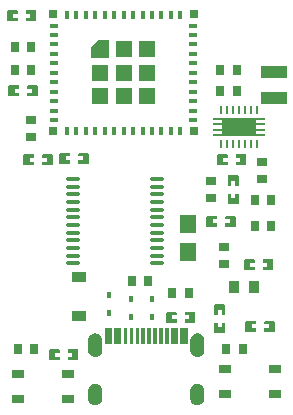
<source format=gtp>
G04 Layer: TopPasteMaskLayer*
G04 EasyEDA v6.5.44, 2024-08-04 19:31:39*
G04 8096e950b96f4993ae864095ad5b81d7,d882a8cb847549dbb05e31b2b695811d,10*
G04 Gerber Generator version 0.2*
G04 Scale: 100 percent, Rotated: No, Reflected: No *
G04 Dimensions in inches *
G04 leading zeros omitted , absolute positions ,3 integer and 6 decimal *
%FSLAX36Y36*%
%MOIN*%

%AMMACRO1*4,1,5,-0.0285,0.0049,-0.0049,0.0285,0.0285,0.0285,0.0285,-0.0285,-0.0285,-0.0285,-0.0285,0.0049,0*%
%AMMACRO2*4,1,28,-0.0866,0.0232,-0.0563,0.0232,-0.0563,0.013,-0.0866,0.013,-0.0866,0.0051,-0.0563,0.0051,-0.0563,-0.0051,-0.0866,-0.0051,-0.0866,-0.013,-0.0563,-0.013,-0.0563,-0.0232,-0.0866,-0.0232,-0.0866,-0.0311,0.0866,-0.0311,0.0866,-0.0232,0.0563,-0.0232,0.0563,-0.013,0.0866,-0.013,0.0866,-0.0051,0.0563,-0.0051,0.0563,0.0051,0.0866,0.0051,0.0866,0.013,0.0563,0.013,0.0563,0.0232,0.0866,0.0232,0.0866,0.0311,-0.0866,0.0311,-0.0866,0.0232,0*%
%ADD10R,0.0315X0.0354*%
%ADD11R,0.0354X0.0315*%
%ADD12R,0.0535X0.0591*%
%ADD13R,0.0157X0.0236*%
%ADD14R,0.0480X0.0358*%
%ADD15R,0.0354X0.0394*%
%ADD16R,0.0413X0.0276*%
%ADD17R,0.0315X0.0157*%
%ADD18R,0.0157X0.0315*%
%ADD19R,0.0276X0.0276*%
%ADD20MACRO1*%
%ADD21R,0.0571X0.0571*%
%ADD22O,0.052126X0.012126*%
%ADD23R,0.0098X0.0276*%
%ADD24MACRO2*%
%ADD25R,0.0866X0.0394*%
%ADD26R,0.0138X0.0394*%

%LPD*%
G36*
X1024260Y2356420D02*
G01*
X1022280Y2354440D01*
X1022280Y2322960D01*
X1024260Y2320980D01*
X1055740Y2320980D01*
X1057720Y2322960D01*
X1057720Y2354440D01*
X1055740Y2356420D01*
X1046780Y2356420D01*
X1046780Y2341840D01*
X1033780Y2341840D01*
X1033780Y2356420D01*
G37*
G36*
X1024260Y2419020D02*
G01*
X1022280Y2417040D01*
X1022280Y2385560D01*
X1024260Y2383580D01*
X1033220Y2383580D01*
X1033220Y2398160D01*
X1046220Y2398160D01*
X1046220Y2383580D01*
X1055740Y2383580D01*
X1057720Y2385560D01*
X1057720Y2417040D01*
X1055740Y2419020D01*
G37*
G36*
X862960Y2392720D02*
G01*
X860980Y2390740D01*
X860980Y2359260D01*
X862960Y2357280D01*
X894440Y2357280D01*
X896420Y2359260D01*
X896420Y2368220D01*
X881860Y2368220D01*
X881860Y2381220D01*
X896420Y2381220D01*
X896420Y2390740D01*
X894440Y2392720D01*
G37*
G36*
X925560Y2392720D02*
G01*
X923580Y2390740D01*
X923580Y2381780D01*
X938139Y2381780D01*
X938139Y2368780D01*
X923580Y2368780D01*
X923580Y2359260D01*
X925560Y2357280D01*
X957039Y2357280D01*
X959020Y2359260D01*
X959020Y2390740D01*
X957039Y2392720D01*
G37*
G36*
X535560Y2267720D02*
G01*
X533580Y2265740D01*
X533580Y2256780D01*
X548160Y2256780D01*
X548160Y2243780D01*
X533580Y2243780D01*
X533580Y2234260D01*
X535560Y2232280D01*
X567040Y2232280D01*
X569020Y2234260D01*
X569020Y2265740D01*
X567040Y2267720D01*
G37*
G36*
X472960Y2267720D02*
G01*
X470980Y2265740D01*
X470980Y2234260D01*
X472960Y2232280D01*
X504440Y2232280D01*
X506420Y2234260D01*
X506420Y2243220D01*
X491840Y2243220D01*
X491840Y2256220D01*
X506420Y2256220D01*
X506420Y2265740D01*
X504440Y2267720D01*
G37*
G36*
X1190560Y2362720D02*
G01*
X1188580Y2360740D01*
X1188580Y2351780D01*
X1203140Y2351780D01*
X1203140Y2338780D01*
X1188580Y2338780D01*
X1188580Y2329260D01*
X1190560Y2327280D01*
X1222040Y2327280D01*
X1224020Y2329260D01*
X1224020Y2360740D01*
X1222040Y2362720D01*
G37*
G36*
X1127960Y2362720D02*
G01*
X1125980Y2360740D01*
X1125980Y2329260D01*
X1127960Y2327280D01*
X1159440Y2327280D01*
X1161420Y2329260D01*
X1161420Y2338220D01*
X1146860Y2338220D01*
X1146860Y2351220D01*
X1161420Y2351220D01*
X1161420Y2360740D01*
X1159440Y2362720D01*
G37*
G36*
X337960Y3147720D02*
G01*
X335980Y3145740D01*
X335980Y3114260D01*
X337960Y3112280D01*
X369440Y3112280D01*
X371420Y3114260D01*
X371420Y3123220D01*
X356840Y3123220D01*
X356840Y3136220D01*
X371420Y3136220D01*
X371420Y3145740D01*
X369440Y3147720D01*
G37*
G36*
X400560Y3147720D02*
G01*
X398579Y3145740D01*
X398579Y3136780D01*
X413160Y3136780D01*
X413160Y3123780D01*
X398579Y3123780D01*
X398579Y3114260D01*
X400560Y3112280D01*
X432040Y3112280D01*
X434020Y3114260D01*
X434020Y3145740D01*
X432040Y3147720D01*
G37*
G36*
X332960Y3397720D02*
G01*
X330980Y3395740D01*
X330980Y3364260D01*
X332960Y3362280D01*
X364440Y3362280D01*
X366420Y3364260D01*
X366420Y3373220D01*
X351840Y3373220D01*
X351840Y3386220D01*
X366420Y3386220D01*
X366420Y3395740D01*
X364440Y3397720D01*
G37*
G36*
X395560Y3397720D02*
G01*
X393579Y3395740D01*
X393579Y3386780D01*
X408160Y3386780D01*
X408160Y3373780D01*
X393579Y3373780D01*
X393579Y3364260D01*
X395560Y3362280D01*
X427040Y3362280D01*
X429020Y3364260D01*
X429020Y3395740D01*
X427040Y3397720D01*
G37*
G36*
X507960Y2922720D02*
G01*
X505980Y2920740D01*
X505980Y2889260D01*
X507960Y2887280D01*
X539440Y2887280D01*
X541420Y2889260D01*
X541420Y2898220D01*
X526840Y2898220D01*
X526840Y2911220D01*
X541420Y2911220D01*
X541420Y2920740D01*
X539440Y2922720D01*
G37*
G36*
X570560Y2922720D02*
G01*
X568580Y2920740D01*
X568580Y2911780D01*
X583160Y2911780D01*
X583160Y2898780D01*
X568580Y2898780D01*
X568580Y2889260D01*
X570560Y2887280D01*
X602040Y2887280D01*
X604020Y2889260D01*
X604020Y2920740D01*
X602040Y2922720D01*
G37*
G36*
X450560Y2917720D02*
G01*
X448579Y2915740D01*
X448579Y2906780D01*
X463160Y2906780D01*
X463160Y2893780D01*
X448579Y2893780D01*
X448579Y2884260D01*
X450560Y2882280D01*
X482040Y2882280D01*
X484020Y2884260D01*
X484020Y2915740D01*
X482040Y2917720D01*
G37*
G36*
X387960Y2917720D02*
G01*
X385980Y2915740D01*
X385980Y2884260D01*
X387960Y2882280D01*
X419440Y2882280D01*
X421420Y2884260D01*
X421420Y2893220D01*
X406840Y2893220D01*
X406840Y2906220D01*
X421420Y2906220D01*
X421420Y2915740D01*
X419440Y2917720D01*
G37*
G36*
X1095560Y2917720D02*
G01*
X1093580Y2915740D01*
X1093580Y2906780D01*
X1108140Y2906780D01*
X1108140Y2893780D01*
X1093580Y2893780D01*
X1093580Y2884260D01*
X1095560Y2882280D01*
X1127040Y2882280D01*
X1129020Y2884260D01*
X1129020Y2915740D01*
X1127040Y2917720D01*
G37*
G36*
X1032960Y2917720D02*
G01*
X1030980Y2915740D01*
X1030980Y2884260D01*
X1032960Y2882280D01*
X1064440Y2882280D01*
X1066420Y2884260D01*
X1066420Y2893220D01*
X1051860Y2893220D01*
X1051860Y2906220D01*
X1066420Y2906220D01*
X1066420Y2915740D01*
X1064440Y2917720D01*
G37*
G36*
X1069260Y2849020D02*
G01*
X1067280Y2847040D01*
X1067280Y2815560D01*
X1069260Y2813580D01*
X1078220Y2813580D01*
X1078220Y2828159D01*
X1091220Y2828159D01*
X1091220Y2813580D01*
X1100740Y2813580D01*
X1102720Y2815560D01*
X1102720Y2847040D01*
X1100740Y2849020D01*
G37*
G36*
X1069260Y2786420D02*
G01*
X1067280Y2784440D01*
X1067280Y2752960D01*
X1069260Y2750980D01*
X1100740Y2750980D01*
X1102720Y2752960D01*
X1102720Y2784440D01*
X1100740Y2786420D01*
X1091780Y2786420D01*
X1091780Y2771840D01*
X1078780Y2771840D01*
X1078780Y2786420D01*
G37*
G36*
X1060560Y2712720D02*
G01*
X1058580Y2710740D01*
X1058580Y2701780D01*
X1073140Y2701780D01*
X1073140Y2688780D01*
X1058580Y2688780D01*
X1058580Y2679260D01*
X1060560Y2677280D01*
X1092040Y2677280D01*
X1094020Y2679260D01*
X1094020Y2710740D01*
X1092040Y2712720D01*
G37*
G36*
X997960Y2712720D02*
G01*
X995980Y2710740D01*
X995980Y2679260D01*
X997960Y2677280D01*
X1029440Y2677280D01*
X1031420Y2679260D01*
X1031420Y2688220D01*
X1016860Y2688220D01*
X1016860Y2701220D01*
X1031420Y2701220D01*
X1031420Y2710740D01*
X1029440Y2712720D01*
G37*
G36*
X1122960Y2567720D02*
G01*
X1120980Y2565740D01*
X1120980Y2534260D01*
X1122960Y2532280D01*
X1154440Y2532280D01*
X1156420Y2534260D01*
X1156420Y2543220D01*
X1141860Y2543220D01*
X1141860Y2556220D01*
X1156420Y2556220D01*
X1156420Y2565740D01*
X1154440Y2567720D01*
G37*
G36*
X1185560Y2567720D02*
G01*
X1183580Y2565740D01*
X1183580Y2556780D01*
X1198140Y2556780D01*
X1198140Y2543780D01*
X1183580Y2543780D01*
X1183580Y2534260D01*
X1185560Y2532280D01*
X1217040Y2532280D01*
X1219020Y2534260D01*
X1219020Y2565740D01*
X1217040Y2567720D01*
G37*
G36*
X909180Y2338000D02*
G01*
X909180Y2286820D01*
X932800Y2286820D01*
X932800Y2338000D01*
G37*
G36*
X759560Y2338000D02*
G01*
X759560Y2286820D01*
X771380Y2286820D01*
X771380Y2338000D01*
G37*
G36*
X657200Y2338000D02*
G01*
X657200Y2286820D01*
X680819Y2286820D01*
X680819Y2338000D01*
G37*
G36*
X798940Y2338000D02*
G01*
X798940Y2286820D01*
X810740Y2286820D01*
X810740Y2338000D01*
G37*
G36*
X858000Y2338000D02*
G01*
X858000Y2286820D01*
X869800Y2286820D01*
X869800Y2338000D01*
G37*
G36*
X739880Y2338000D02*
G01*
X739880Y2286820D01*
X751700Y2286820D01*
X751700Y2338000D01*
G37*
G36*
X838300Y2338000D02*
G01*
X838300Y2286820D01*
X850100Y2286820D01*
X850100Y2338000D01*
G37*
G36*
X818620Y2338000D02*
G01*
X818620Y2286820D01*
X830440Y2286820D01*
X830440Y2338000D01*
G37*
G36*
X720200Y2338000D02*
G01*
X720200Y2286820D01*
X732000Y2286820D01*
X732000Y2338000D01*
G37*
G36*
X779260Y2338000D02*
G01*
X779260Y2286820D01*
X791060Y2286820D01*
X791060Y2338000D01*
G37*
G36*
X688700Y2338000D02*
G01*
X688700Y2286820D01*
X712320Y2286820D01*
X712320Y2338000D01*
G37*
G36*
X624140Y2321520D02*
G01*
X621780Y2321340D01*
X619460Y2320940D01*
X617200Y2320300D01*
X615000Y2319440D01*
X612900Y2318360D01*
X610940Y2317080D01*
X609100Y2315620D01*
X607400Y2313980D01*
X605880Y2312160D01*
X604560Y2310220D01*
X603440Y2308160D01*
X602520Y2305980D01*
X601820Y2303740D01*
X601360Y2301420D01*
X601120Y2299080D01*
X601100Y2266400D01*
X601220Y2264060D01*
X601560Y2261720D01*
X602140Y2259440D01*
X602960Y2257240D01*
X603980Y2255120D01*
X605200Y2253100D01*
X606620Y2251220D01*
X608220Y2249500D01*
X610000Y2247940D01*
X611900Y2246560D01*
X613940Y2245380D01*
X616080Y2244420D01*
X618320Y2243680D01*
X620620Y2243140D01*
X622960Y2242860D01*
X625300Y2242800D01*
X627660Y2242980D01*
X629980Y2243380D01*
X632240Y2244020D01*
X634440Y2244880D01*
X636540Y2245960D01*
X638500Y2247220D01*
X640340Y2248700D01*
X642039Y2250340D01*
X643560Y2252140D01*
X644880Y2254100D01*
X646000Y2256160D01*
X646919Y2258340D01*
X647620Y2260580D01*
X648080Y2262880D01*
X648319Y2265240D01*
X648340Y2297900D01*
X648220Y2300260D01*
X647880Y2302580D01*
X647300Y2304860D01*
X646480Y2307080D01*
X645460Y2309200D01*
X644240Y2311220D01*
X642820Y2313080D01*
X641220Y2314820D01*
X639440Y2316380D01*
X637540Y2317740D01*
X635500Y2318920D01*
X633360Y2319900D01*
X631120Y2320640D01*
X628820Y2321160D01*
X626480Y2321460D01*
G37*
G36*
X964700Y2321520D02*
G01*
X962340Y2321340D01*
X960020Y2320940D01*
X957760Y2320300D01*
X955560Y2319440D01*
X953460Y2318360D01*
X951500Y2317080D01*
X949659Y2315620D01*
X947960Y2313980D01*
X946460Y2312160D01*
X945120Y2310220D01*
X944000Y2308160D01*
X943080Y2305980D01*
X942380Y2303740D01*
X941919Y2301420D01*
X941680Y2299080D01*
X941660Y2266400D01*
X941780Y2264060D01*
X942120Y2261720D01*
X942700Y2259440D01*
X943520Y2257240D01*
X944539Y2255120D01*
X945759Y2253100D01*
X947180Y2251220D01*
X948780Y2249500D01*
X950560Y2247940D01*
X952460Y2246560D01*
X954500Y2245380D01*
X956640Y2244420D01*
X958880Y2243680D01*
X961180Y2243140D01*
X963520Y2242860D01*
X965860Y2242800D01*
X968220Y2242980D01*
X970540Y2243380D01*
X972800Y2244020D01*
X975000Y2244880D01*
X977099Y2245960D01*
X979060Y2247220D01*
X980920Y2248700D01*
X982600Y2250340D01*
X984120Y2252140D01*
X985440Y2254100D01*
X986560Y2256160D01*
X987480Y2258340D01*
X988180Y2260580D01*
X988640Y2262880D01*
X988880Y2265240D01*
X988900Y2297900D01*
X988780Y2300260D01*
X988439Y2302580D01*
X987860Y2304860D01*
X987039Y2307080D01*
X986020Y2309200D01*
X984800Y2311220D01*
X983379Y2313080D01*
X981780Y2314820D01*
X980000Y2316380D01*
X978100Y2317740D01*
X976060Y2318920D01*
X973900Y2319900D01*
X971680Y2320640D01*
X969380Y2321160D01*
X967039Y2321460D01*
G37*
G36*
X624140Y2153020D02*
G01*
X621780Y2152840D01*
X619460Y2152440D01*
X617200Y2151800D01*
X615000Y2150940D01*
X612900Y2149860D01*
X610940Y2148580D01*
X609100Y2147120D01*
X607400Y2145480D01*
X605880Y2143660D01*
X604560Y2141720D01*
X603440Y2139660D01*
X602520Y2137480D01*
X601820Y2135240D01*
X601360Y2132920D01*
X601120Y2130580D01*
X601100Y2105780D01*
X601220Y2103440D01*
X601560Y2101100D01*
X602140Y2098820D01*
X602960Y2096600D01*
X603980Y2094480D01*
X605200Y2092480D01*
X606620Y2090600D01*
X608220Y2088880D01*
X610000Y2087320D01*
X611900Y2085940D01*
X613940Y2084760D01*
X616080Y2083800D01*
X618320Y2083040D01*
X620620Y2082520D01*
X622960Y2082220D01*
X625300Y2082160D01*
X627660Y2082340D01*
X629980Y2082760D01*
X632240Y2083400D01*
X634440Y2084259D01*
X636540Y2085320D01*
X638500Y2086600D01*
X640340Y2088080D01*
X642039Y2089720D01*
X643560Y2091519D01*
X644880Y2093460D01*
X646000Y2095540D01*
X646919Y2097700D01*
X647620Y2099960D01*
X648080Y2102260D01*
X648319Y2104600D01*
X648340Y2129400D01*
X648220Y2131760D01*
X647880Y2134080D01*
X647300Y2136360D01*
X646480Y2138580D01*
X645460Y2140700D01*
X644240Y2142720D01*
X642820Y2144580D01*
X641220Y2146320D01*
X639440Y2147880D01*
X637540Y2149240D01*
X635500Y2150420D01*
X633360Y2151400D01*
X631120Y2152140D01*
X628820Y2152660D01*
X626480Y2152960D01*
G37*
G36*
X964700Y2153020D02*
G01*
X962340Y2152840D01*
X960020Y2152440D01*
X957760Y2151800D01*
X955560Y2150940D01*
X953460Y2149860D01*
X951500Y2148580D01*
X949659Y2147120D01*
X947960Y2145480D01*
X946460Y2143660D01*
X945120Y2141720D01*
X944000Y2139660D01*
X943080Y2137480D01*
X942380Y2135240D01*
X941919Y2132920D01*
X941680Y2130580D01*
X941660Y2105780D01*
X941780Y2103440D01*
X942120Y2101100D01*
X942700Y2098820D01*
X943520Y2096600D01*
X944539Y2094480D01*
X945759Y2092480D01*
X947180Y2090600D01*
X948780Y2088880D01*
X950560Y2087320D01*
X952460Y2085940D01*
X954500Y2084760D01*
X956640Y2083800D01*
X958880Y2083040D01*
X961180Y2082520D01*
X963520Y2082220D01*
X965860Y2082160D01*
X968220Y2082340D01*
X970540Y2082760D01*
X972800Y2083400D01*
X975000Y2084259D01*
X977099Y2085320D01*
X979060Y2086600D01*
X980920Y2088080D01*
X982600Y2089720D01*
X984120Y2091519D01*
X985440Y2093460D01*
X986560Y2095540D01*
X987480Y2097700D01*
X988180Y2099960D01*
X988640Y2102260D01*
X988880Y2104600D01*
X988900Y2129400D01*
X988780Y2131760D01*
X988439Y2134080D01*
X987860Y2136360D01*
X987039Y2138580D01*
X986020Y2140700D01*
X984800Y2142720D01*
X983379Y2144580D01*
X981780Y2146320D01*
X980000Y2147880D01*
X978100Y2149240D01*
X976060Y2150420D01*
X973900Y2151400D01*
X971680Y2152140D01*
X969380Y2152660D01*
X967039Y2152960D01*
G37*
G36*
X877680Y2338000D02*
G01*
X877680Y2286820D01*
X901300Y2286820D01*
X901300Y2338000D01*
G37*
D10*
G01*
X802560Y2495000D03*
G01*
X747440Y2495000D03*
G01*
X937560Y2455000D03*
G01*
X882439Y2455000D03*
G01*
X422559Y2270000D03*
G01*
X367440Y2270000D03*
G01*
X1117560Y2270000D03*
G01*
X1062439Y2270000D03*
D11*
G01*
X410000Y3032559D03*
G01*
X410000Y2977440D03*
D10*
G01*
X357440Y3275000D03*
G01*
X412559Y3275000D03*
G01*
X357440Y3200000D03*
G01*
X412559Y3200000D03*
D11*
G01*
X1055000Y2607559D03*
G01*
X1055000Y2552440D03*
G01*
X1010000Y2827559D03*
G01*
X1010000Y2772440D03*
D12*
G01*
X935000Y2592759D03*
G01*
X935000Y2687240D03*
D10*
G01*
X1097560Y3200000D03*
G01*
X1042439Y3200000D03*
G01*
X1097560Y3130000D03*
G01*
X1042439Y3130000D03*
D11*
G01*
X1180000Y2892559D03*
G01*
X1180000Y2837440D03*
D10*
G01*
X1212560Y2765000D03*
G01*
X1157439Y2765000D03*
G01*
X1212560Y2680000D03*
G01*
X1157439Y2680000D03*
D13*
G01*
X670000Y2390475D03*
G01*
X670000Y2449524D03*
G01*
X745000Y2375475D03*
G01*
X745000Y2434524D03*
G01*
X815000Y2375475D03*
G01*
X815000Y2434524D03*
D14*
G01*
X570000Y2380630D03*
G01*
X570000Y2509369D03*
D15*
G01*
X1086536Y2475000D03*
G01*
X1153467Y2475000D03*
D16*
G01*
X367319Y2187319D03*
G01*
X532680Y2187319D03*
G01*
X367319Y2102680D03*
G01*
X532680Y2102680D03*
G01*
X1057319Y2202319D03*
G01*
X1222680Y2202319D03*
G01*
X1057319Y2117680D03*
G01*
X1222680Y2117680D03*
D17*
G01*
X487719Y3347480D03*
G01*
X487719Y3315979D03*
G01*
X487719Y3284490D03*
G01*
X487719Y3252990D03*
G01*
X487719Y3221500D03*
G01*
X487719Y3190000D03*
G01*
X487719Y3158499D03*
G01*
X487719Y3127010D03*
G01*
X487719Y3095509D03*
G01*
X487719Y3064020D03*
G01*
X487719Y3032519D03*
D18*
G01*
X531019Y2997089D03*
G01*
X562519Y2997089D03*
G01*
X594020Y2997089D03*
G01*
X625509Y2997089D03*
G01*
X657010Y2997089D03*
G01*
X688499Y2997089D03*
G01*
X720000Y2997089D03*
G01*
X751500Y2997089D03*
G01*
X782989Y2997089D03*
G01*
X814489Y2997089D03*
G01*
X845979Y2997089D03*
G01*
X877479Y2997089D03*
G01*
X908980Y2997089D03*
D17*
G01*
X952280Y3032519D03*
G01*
X952280Y3064020D03*
G01*
X952280Y3095509D03*
G01*
X952280Y3127010D03*
G01*
X952280Y3158499D03*
G01*
X952280Y3190000D03*
G01*
X952280Y3221500D03*
G01*
X952280Y3252990D03*
G01*
X952280Y3284490D03*
G01*
X952280Y3315979D03*
G01*
X952280Y3347480D03*
D18*
G01*
X908980Y3382910D03*
G01*
X877479Y3382910D03*
G01*
X845979Y3382910D03*
G01*
X814489Y3382910D03*
G01*
X782989Y3382910D03*
G01*
X751500Y3382910D03*
G01*
X720000Y3382910D03*
G01*
X688499Y3382910D03*
G01*
X657010Y3382910D03*
G01*
X625509Y3382910D03*
G01*
X594020Y3382910D03*
G01*
X562519Y3382910D03*
G01*
X531019Y3382910D03*
D19*
G01*
X954250Y3384879D03*
G01*
X954250Y2995120D03*
G01*
X485749Y2995120D03*
G01*
X485749Y3384879D03*
D20*
G01*
X642238Y3267754D03*
D21*
G01*
X797749Y3112240D03*
G01*
X720000Y3112240D03*
G01*
X642240Y3112240D03*
G01*
X642240Y3190000D03*
G01*
X720000Y3267750D03*
G01*
X797749Y3267750D03*
G01*
X797749Y3190000D03*
G01*
X720000Y3190000D03*
D22*
G01*
X549760Y2835749D03*
G01*
X549760Y2810160D03*
G01*
X549760Y2784569D03*
G01*
X549760Y2758980D03*
G01*
X549760Y2733389D03*
G01*
X549760Y2707790D03*
G01*
X549760Y2682199D03*
G01*
X549760Y2656610D03*
G01*
X549760Y2631019D03*
G01*
X549760Y2605430D03*
G01*
X549760Y2579839D03*
G01*
X549760Y2554250D03*
G01*
X830240Y2835749D03*
G01*
X830240Y2810160D03*
G01*
X830240Y2784569D03*
G01*
X830240Y2758980D03*
G01*
X830240Y2733389D03*
G01*
X830240Y2707790D03*
G01*
X830240Y2682199D03*
G01*
X830240Y2656610D03*
G01*
X830240Y2631019D03*
G01*
X830240Y2605430D03*
G01*
X830240Y2579839D03*
G01*
X830240Y2554250D03*
D23*
G01*
X1045941Y2952908D03*
G01*
X1065631Y2952908D03*
G01*
X1085321Y2952908D03*
G01*
X1105001Y2952908D03*
G01*
X1124691Y2952908D03*
G01*
X1124691Y3067089D03*
G01*
X1105001Y3067089D03*
G01*
X1085321Y3067089D03*
G01*
X1065631Y3067089D03*
G01*
X1045941Y3067089D03*
G01*
X1164061Y2952908D03*
G01*
X1144371Y2952908D03*
G01*
X1164061Y3067089D03*
G01*
X1144371Y3067089D03*
D24*
G01*
X1105000Y3010000D03*
D25*
G01*
X1220000Y3106694D03*
G01*
X1220000Y3193305D03*
M02*

</source>
